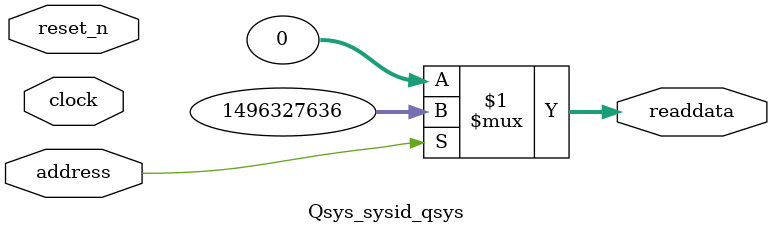
<source format=v>

`timescale 1ns / 1ps
// synthesis translate_on

// turn off superfluous verilog processor warnings 
// altera message_level Level1 
// altera message_off 10034 10035 10036 10037 10230 10240 10030 

module Qsys_sysid_qsys (
               // inputs:
                address,
                clock,
                reset_n,

               // outputs:
                readdata
             )
;

  output  [ 31: 0] readdata;
  input            address;
  input            clock;
  input            reset_n;

  wire    [ 31: 0] readdata;
  //control_slave, which is an e_avalon_slave
  assign readdata = address ? 1496327636 : 0;

endmodule




</source>
